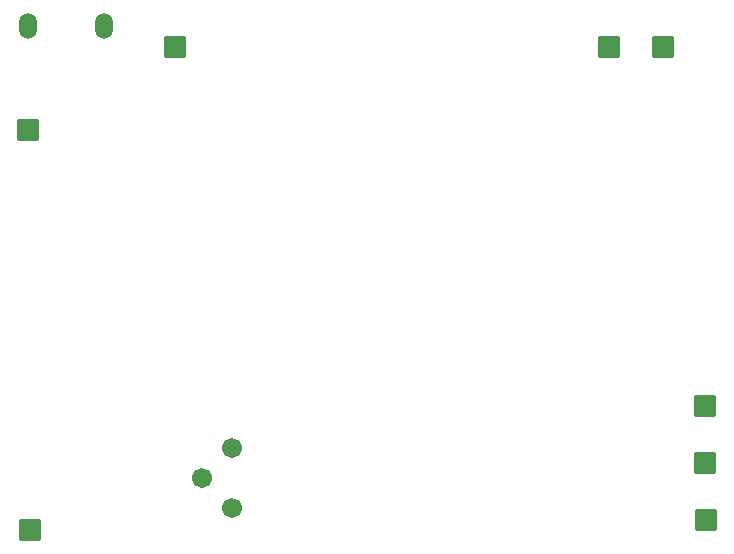
<source format=gbs>
G04 Layer: BottomSolderMaskLayer*
G04 EasyEDA v6.5.51, 2025-09-24 14:11:52*
G04 3cc6f75c99854130816e6aad485a8a88,01ea995e815642bba8bbaaaafbe3517a,10*
G04 Gerber Generator version 0.2*
G04 Scale: 100 percent, Rotated: No, Reflected: No *
G04 Dimensions in millimeters *
G04 leading zeros omitted , absolute positions ,4 integer and 5 decimal *
%FSLAX45Y45*%
%MOMM*%

%AMMACRO1*4,1,8,-0.8711,-0.9008,-0.9008,-0.871,-0.9008,0.8711,-0.8711,0.9008,0.871,0.9008,0.9008,0.8711,0.9008,-0.871,0.871,-0.9008,-0.8711,-0.9008,0*%
%ADD10MACRO1*%
%ADD11C,1.7016*%
%ADD12O,1.501597X2.201596*%
%ADD13O,0.0146X2.201596*%

%LPD*%
D10*
G01*
X990600Y5880100D03*
G01*
X2235200Y6578600D03*
G01*
X5905500Y6578600D03*
G01*
X6362700Y6578600D03*
G01*
X1003300Y2489200D03*
G01*
X6718300Y3543300D03*
G01*
X6718300Y3060700D03*
G01*
X6731000Y2578100D03*
D11*
G01*
X2463800Y2933700D03*
G01*
X2717800Y2679700D03*
G01*
X2717800Y3187700D03*
D12*
G01*
X985596Y6760463D03*
G01*
X1630603Y6760463D03*
M02*

</source>
